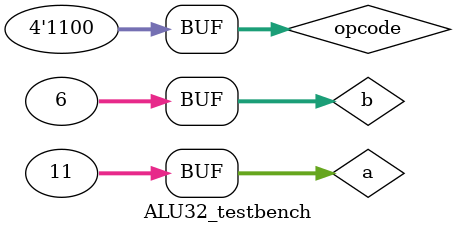
<source format=v>
`timescale 1ns/1ps
module ALU32_testbench();
reg [31:0]a;
reg [31:0]b;
reg [3:0]opcode;

wire [31:0]result;
wire cout,overflow;

ALU32 dut(.a(a),.b(b),.opcode(opcode),.result(result),.cout(cout),.overflow(overflow));

initial begin
a = 32'b00000000000000000000000000001011; b = 32'b00000000000000000000000000000110; opcode = 4'b0000;			//AND
#0.1;
a = 32'b00000000000000000000000000001011; b = 32'b00000000000000000000000000000110; opcode = 4'b0001;			//OR
#0.1;
a = 32'b00000000000000000000000000001011; b = 32'b00000000000000000000000000000110; opcode = 4'b0010;			//XOR
#0.1;
a = 32'b10000000000000000000000000001011; b = 32'b10000000000000000000000000000110; opcode = 4'b0011;			//ADD 
#0.1;
a = 32'b00000000000000000000000000001011; b = 32'b00000000000000000000000000000110; opcode = 4'b0111;			//SUB
#0.1;
a = 32'b00000000000000000000000000001011; b = 32'b10000000000000000000000000000110; opcode = 4'b0110;			//SLT
#0.1;
a = 32'b00000000000000000000000000001011; b = 32'b00000000000000000000000000000110; opcode = 4'b1100;			//NOR
#0.1;
end
 
 
initial
begin
$monitor("Simulation Time = %2d,a =%32b, b=%32b, opcode=%4b , result=%32b", $time, a, b, opcode, result);
end

endmodule

</source>
